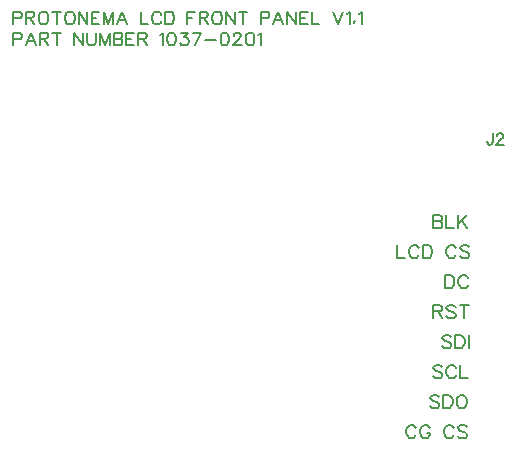
<source format=gto>
G04 Layer: TopSilkscreenLayer*
G04 Panelize: , Column: 2, Row: 2, Board Size: 58.42mm x 58.42mm, Panelized Board Size: 118.84mm x 118.84mm*
G04 EasyEDA v6.5.32, 2023-07-25 14:04:49*
G04 2213a410c616409eb271ed70bd61ba3f,5a6b42c53f6a479593ecc07194224c93,10*
G04 Gerber Generator version 0.2*
G04 Scale: 100 percent, Rotated: No, Reflected: No *
G04 Dimensions in millimeters *
G04 leading zeros omitted , absolute positions ,4 integer and 5 decimal *
%FSLAX45Y45*%
%MOMM*%

%ADD10C,0.1524*%

%LPD*%
D10*
X762000Y5423915D02*
G01*
X762000Y5314950D01*
X762000Y5423915D02*
G01*
X808736Y5423915D01*
X824229Y5418836D01*
X829563Y5413502D01*
X834644Y5403087D01*
X834644Y5387594D01*
X829563Y5377179D01*
X824229Y5372100D01*
X808736Y5366765D01*
X762000Y5366765D01*
X910589Y5423915D02*
G01*
X868934Y5314950D01*
X910589Y5423915D02*
G01*
X952245Y5314950D01*
X884681Y5351271D02*
G01*
X936497Y5351271D01*
X986536Y5423915D02*
G01*
X986536Y5314950D01*
X986536Y5423915D02*
G01*
X1033271Y5423915D01*
X1048765Y5418836D01*
X1054100Y5413502D01*
X1059179Y5403087D01*
X1059179Y5392673D01*
X1054100Y5382260D01*
X1048765Y5377179D01*
X1033271Y5372100D01*
X986536Y5372100D01*
X1022857Y5372100D02*
G01*
X1059179Y5314950D01*
X1129792Y5423915D02*
G01*
X1129792Y5314950D01*
X1093470Y5423915D02*
G01*
X1166113Y5423915D01*
X1280413Y5423915D02*
G01*
X1280413Y5314950D01*
X1280413Y5423915D02*
G01*
X1353312Y5314950D01*
X1353312Y5423915D02*
G01*
X1353312Y5314950D01*
X1387602Y5423915D02*
G01*
X1387602Y5345937D01*
X1392681Y5330444D01*
X1403095Y5320029D01*
X1418589Y5314950D01*
X1429004Y5314950D01*
X1444752Y5320029D01*
X1455165Y5330444D01*
X1460245Y5345937D01*
X1460245Y5423915D01*
X1494536Y5423915D02*
G01*
X1494536Y5314950D01*
X1494536Y5423915D02*
G01*
X1536192Y5314950D01*
X1577594Y5423915D02*
G01*
X1536192Y5314950D01*
X1577594Y5423915D02*
G01*
X1577594Y5314950D01*
X1611884Y5423915D02*
G01*
X1611884Y5314950D01*
X1611884Y5423915D02*
G01*
X1658620Y5423915D01*
X1674368Y5418836D01*
X1679447Y5413502D01*
X1684781Y5403087D01*
X1684781Y5392673D01*
X1679447Y5382260D01*
X1674368Y5377179D01*
X1658620Y5372100D01*
X1611884Y5372100D02*
G01*
X1658620Y5372100D01*
X1674368Y5366765D01*
X1679447Y5361686D01*
X1684781Y5351271D01*
X1684781Y5335523D01*
X1679447Y5325110D01*
X1674368Y5320029D01*
X1658620Y5314950D01*
X1611884Y5314950D01*
X1719071Y5423915D02*
G01*
X1719071Y5314950D01*
X1719071Y5423915D02*
G01*
X1786636Y5423915D01*
X1719071Y5372100D02*
G01*
X1760473Y5372100D01*
X1719071Y5314950D02*
G01*
X1786636Y5314950D01*
X1820926Y5423915D02*
G01*
X1820926Y5314950D01*
X1820926Y5423915D02*
G01*
X1867662Y5423915D01*
X1883155Y5418836D01*
X1888489Y5413502D01*
X1893570Y5403087D01*
X1893570Y5392673D01*
X1888489Y5382260D01*
X1883155Y5377179D01*
X1867662Y5372100D01*
X1820926Y5372100D01*
X1857247Y5372100D02*
G01*
X1893570Y5314950D01*
X2007870Y5403087D02*
G01*
X2018284Y5408421D01*
X2033777Y5423915D01*
X2033777Y5314950D01*
X2099309Y5423915D02*
G01*
X2083815Y5418836D01*
X2073402Y5403087D01*
X2068068Y5377179D01*
X2068068Y5361686D01*
X2073402Y5335523D01*
X2083815Y5320029D01*
X2099309Y5314950D01*
X2109724Y5314950D01*
X2125218Y5320029D01*
X2135631Y5335523D01*
X2140965Y5361686D01*
X2140965Y5377179D01*
X2135631Y5403087D01*
X2125218Y5418836D01*
X2109724Y5423915D01*
X2099309Y5423915D01*
X2185670Y5423915D02*
G01*
X2242820Y5423915D01*
X2211577Y5382260D01*
X2227072Y5382260D01*
X2237486Y5377179D01*
X2242820Y5372100D01*
X2247900Y5356352D01*
X2247900Y5345937D01*
X2242820Y5330444D01*
X2232406Y5320029D01*
X2216658Y5314950D01*
X2201163Y5314950D01*
X2185670Y5320029D01*
X2180336Y5325110D01*
X2175256Y5335523D01*
X2354834Y5423915D02*
G01*
X2303018Y5314950D01*
X2282190Y5423915D02*
G01*
X2354834Y5423915D01*
X2389124Y5361686D02*
G01*
X2482850Y5361686D01*
X2548127Y5423915D02*
G01*
X2532634Y5418836D01*
X2522220Y5403087D01*
X2517140Y5377179D01*
X2517140Y5361686D01*
X2522220Y5335523D01*
X2532634Y5320029D01*
X2548127Y5314950D01*
X2558541Y5314950D01*
X2574290Y5320029D01*
X2584450Y5335523D01*
X2589784Y5361686D01*
X2589784Y5377179D01*
X2584450Y5403087D01*
X2574290Y5418836D01*
X2558541Y5423915D01*
X2548127Y5423915D01*
X2629154Y5398007D02*
G01*
X2629154Y5403087D01*
X2634488Y5413502D01*
X2639568Y5418836D01*
X2649981Y5423915D01*
X2670809Y5423915D01*
X2681224Y5418836D01*
X2686304Y5413502D01*
X2691638Y5403087D01*
X2691638Y5392673D01*
X2686304Y5382260D01*
X2675890Y5366765D01*
X2624074Y5314950D01*
X2696718Y5314950D01*
X2762250Y5423915D02*
G01*
X2746756Y5418836D01*
X2736341Y5403087D01*
X2731008Y5377179D01*
X2731008Y5361686D01*
X2736341Y5335523D01*
X2746756Y5320029D01*
X2762250Y5314950D01*
X2772663Y5314950D01*
X2788158Y5320029D01*
X2798572Y5335523D01*
X2803906Y5361686D01*
X2803906Y5377179D01*
X2798572Y5403087D01*
X2788158Y5418836D01*
X2772663Y5423915D01*
X2762250Y5423915D01*
X2838195Y5403087D02*
G01*
X2848609Y5408421D01*
X2864104Y5423915D01*
X2864104Y5314950D01*
X762000Y5601715D02*
G01*
X762000Y5492750D01*
X762000Y5601715D02*
G01*
X808736Y5601715D01*
X824229Y5596636D01*
X829563Y5591302D01*
X834644Y5580887D01*
X834644Y5565394D01*
X829563Y5554979D01*
X824229Y5549900D01*
X808736Y5544565D01*
X762000Y5544565D01*
X868934Y5601715D02*
G01*
X868934Y5492750D01*
X868934Y5601715D02*
G01*
X915670Y5601715D01*
X931418Y5596636D01*
X936497Y5591302D01*
X941831Y5580887D01*
X941831Y5570473D01*
X936497Y5560060D01*
X931418Y5554979D01*
X915670Y5549900D01*
X868934Y5549900D01*
X905510Y5549900D02*
G01*
X941831Y5492750D01*
X1007110Y5601715D02*
G01*
X996950Y5596636D01*
X986536Y5586221D01*
X981202Y5575807D01*
X976121Y5560060D01*
X976121Y5534152D01*
X981202Y5518657D01*
X986536Y5508244D01*
X996950Y5497829D01*
X1007110Y5492750D01*
X1027937Y5492750D01*
X1038352Y5497829D01*
X1048765Y5508244D01*
X1054100Y5518657D01*
X1059179Y5534152D01*
X1059179Y5560060D01*
X1054100Y5575807D01*
X1048765Y5586221D01*
X1038352Y5596636D01*
X1027937Y5601715D01*
X1007110Y5601715D01*
X1129792Y5601715D02*
G01*
X1129792Y5492750D01*
X1093470Y5601715D02*
G01*
X1166113Y5601715D01*
X1231645Y5601715D02*
G01*
X1221231Y5596636D01*
X1210818Y5586221D01*
X1205737Y5575807D01*
X1200404Y5560060D01*
X1200404Y5534152D01*
X1205737Y5518657D01*
X1210818Y5508244D01*
X1221231Y5497829D01*
X1231645Y5492750D01*
X1252473Y5492750D01*
X1262887Y5497829D01*
X1273302Y5508244D01*
X1278381Y5518657D01*
X1283715Y5534152D01*
X1283715Y5560060D01*
X1278381Y5575807D01*
X1273302Y5586221D01*
X1262887Y5596636D01*
X1252473Y5601715D01*
X1231645Y5601715D01*
X1318005Y5601715D02*
G01*
X1318005Y5492750D01*
X1318005Y5601715D02*
G01*
X1390650Y5492750D01*
X1390650Y5601715D02*
G01*
X1390650Y5492750D01*
X1424939Y5601715D02*
G01*
X1424939Y5492750D01*
X1424939Y5601715D02*
G01*
X1492504Y5601715D01*
X1424939Y5549900D02*
G01*
X1466595Y5549900D01*
X1424939Y5492750D02*
G01*
X1492504Y5492750D01*
X1526794Y5601715D02*
G01*
X1526794Y5492750D01*
X1526794Y5601715D02*
G01*
X1568450Y5492750D01*
X1609852Y5601715D02*
G01*
X1568450Y5492750D01*
X1609852Y5601715D02*
G01*
X1609852Y5492750D01*
X1685797Y5601715D02*
G01*
X1644142Y5492750D01*
X1685797Y5601715D02*
G01*
X1727200Y5492750D01*
X1659889Y5529071D02*
G01*
X1711705Y5529071D01*
X1841500Y5601715D02*
G01*
X1841500Y5492750D01*
X1841500Y5492750D02*
G01*
X1903984Y5492750D01*
X2016252Y5575807D02*
G01*
X2010918Y5586221D01*
X2000504Y5596636D01*
X1990090Y5601715D01*
X1969515Y5601715D01*
X1959102Y5596636D01*
X1948688Y5586221D01*
X1943354Y5575807D01*
X1938274Y5560060D01*
X1938274Y5534152D01*
X1943354Y5518657D01*
X1948688Y5508244D01*
X1959102Y5497829D01*
X1969515Y5492750D01*
X1990090Y5492750D01*
X2000504Y5497829D01*
X2010918Y5508244D01*
X2016252Y5518657D01*
X2050541Y5601715D02*
G01*
X2050541Y5492750D01*
X2050541Y5601715D02*
G01*
X2086863Y5601715D01*
X2102358Y5596636D01*
X2112772Y5586221D01*
X2118106Y5575807D01*
X2123186Y5560060D01*
X2123186Y5534152D01*
X2118106Y5518657D01*
X2112772Y5508244D01*
X2102358Y5497829D01*
X2086863Y5492750D01*
X2050541Y5492750D01*
X2237486Y5601715D02*
G01*
X2237486Y5492750D01*
X2237486Y5601715D02*
G01*
X2305050Y5601715D01*
X2237486Y5549900D02*
G01*
X2279141Y5549900D01*
X2339340Y5601715D02*
G01*
X2339340Y5492750D01*
X2339340Y5601715D02*
G01*
X2386075Y5601715D01*
X2401570Y5596636D01*
X2406904Y5591302D01*
X2411984Y5580887D01*
X2411984Y5570473D01*
X2406904Y5560060D01*
X2401570Y5554979D01*
X2386075Y5549900D01*
X2339340Y5549900D01*
X2375661Y5549900D02*
G01*
X2411984Y5492750D01*
X2477515Y5601715D02*
G01*
X2467102Y5596636D01*
X2456688Y5586221D01*
X2451608Y5575807D01*
X2446274Y5560060D01*
X2446274Y5534152D01*
X2451608Y5518657D01*
X2456688Y5508244D01*
X2467102Y5497829D01*
X2477515Y5492750D01*
X2498343Y5492750D01*
X2508758Y5497829D01*
X2519172Y5508244D01*
X2524252Y5518657D01*
X2529586Y5534152D01*
X2529586Y5560060D01*
X2524252Y5575807D01*
X2519172Y5586221D01*
X2508758Y5596636D01*
X2498343Y5601715D01*
X2477515Y5601715D01*
X2563875Y5601715D02*
G01*
X2563875Y5492750D01*
X2563875Y5601715D02*
G01*
X2636520Y5492750D01*
X2636520Y5601715D02*
G01*
X2636520Y5492750D01*
X2707131Y5601715D02*
G01*
X2707131Y5492750D01*
X2670809Y5601715D02*
G01*
X2743454Y5601715D01*
X2857754Y5601715D02*
G01*
X2857754Y5492750D01*
X2857754Y5601715D02*
G01*
X2904490Y5601715D01*
X2920238Y5596636D01*
X2925318Y5591302D01*
X2930652Y5580887D01*
X2930652Y5565394D01*
X2925318Y5554979D01*
X2920238Y5549900D01*
X2904490Y5544565D01*
X2857754Y5544565D01*
X3006343Y5601715D02*
G01*
X2964941Y5492750D01*
X3006343Y5601715D02*
G01*
X3048000Y5492750D01*
X2980436Y5529071D02*
G01*
X3032506Y5529071D01*
X3082290Y5601715D02*
G01*
X3082290Y5492750D01*
X3082290Y5601715D02*
G01*
X3154934Y5492750D01*
X3154934Y5601715D02*
G01*
X3154934Y5492750D01*
X3189224Y5601715D02*
G01*
X3189224Y5492750D01*
X3189224Y5601715D02*
G01*
X3256788Y5601715D01*
X3189224Y5549900D02*
G01*
X3230879Y5549900D01*
X3189224Y5492750D02*
G01*
X3256788Y5492750D01*
X3291077Y5601715D02*
G01*
X3291077Y5492750D01*
X3291077Y5492750D02*
G01*
X3353561Y5492750D01*
X3467861Y5601715D02*
G01*
X3509263Y5492750D01*
X3550920Y5601715D02*
G01*
X3509263Y5492750D01*
X3585209Y5580887D02*
G01*
X3595624Y5586221D01*
X3611118Y5601715D01*
X3611118Y5492750D01*
X3650741Y5518657D02*
G01*
X3645408Y5513323D01*
X3650741Y5508244D01*
X3655822Y5513323D01*
X3650741Y5518657D01*
X3690111Y5580887D02*
G01*
X3700525Y5586221D01*
X3716020Y5601715D01*
X3716020Y5492750D01*
X4820645Y4571220D02*
G01*
X4820645Y4498576D01*
X4816073Y4484860D01*
X4811501Y4480288D01*
X4802357Y4475716D01*
X4793467Y4475716D01*
X4784323Y4480288D01*
X4779751Y4484860D01*
X4775179Y4498576D01*
X4775179Y4507720D01*
X4855189Y4548614D02*
G01*
X4855189Y4553186D01*
X4859761Y4562076D01*
X4864333Y4566648D01*
X4873477Y4571220D01*
X4891511Y4571220D01*
X4900655Y4566648D01*
X4905227Y4562076D01*
X4909799Y4553186D01*
X4909799Y4544042D01*
X4905227Y4534898D01*
X4896083Y4521182D01*
X4850617Y4475716D01*
X4914371Y4475716D01*
X4318000Y3880357D02*
G01*
X4318000Y3765804D01*
X4318000Y3880357D02*
G01*
X4367022Y3880357D01*
X4383531Y3874770D01*
X4388865Y3869436D01*
X4394454Y3858513D01*
X4394454Y3847592D01*
X4388865Y3836670D01*
X4383531Y3831081D01*
X4367022Y3825747D01*
X4318000Y3825747D02*
G01*
X4367022Y3825747D01*
X4383531Y3820160D01*
X4388865Y3814826D01*
X4394454Y3803904D01*
X4394454Y3787647D01*
X4388865Y3776726D01*
X4383531Y3771137D01*
X4367022Y3765804D01*
X4318000Y3765804D01*
X4430268Y3880357D02*
G01*
X4430268Y3765804D01*
X4430268Y3765804D02*
G01*
X4495800Y3765804D01*
X4531868Y3880357D02*
G01*
X4531868Y3765804D01*
X4608068Y3880357D02*
G01*
X4531868Y3803904D01*
X4559045Y3831081D02*
G01*
X4608068Y3765804D01*
X4419600Y3372357D02*
G01*
X4419600Y3257804D01*
X4419600Y3372357D02*
G01*
X4457700Y3372357D01*
X4474209Y3366770D01*
X4485131Y3355847D01*
X4490465Y3344926D01*
X4496054Y3328670D01*
X4496054Y3301492D01*
X4490465Y3284981D01*
X4485131Y3274060D01*
X4474209Y3263137D01*
X4457700Y3257804D01*
X4419600Y3257804D01*
X4613656Y3344926D02*
G01*
X4608322Y3355847D01*
X4597400Y3366770D01*
X4586477Y3372357D01*
X4564634Y3372357D01*
X4553711Y3366770D01*
X4542790Y3355847D01*
X4537456Y3344926D01*
X4531868Y3328670D01*
X4531868Y3301492D01*
X4537456Y3284981D01*
X4542790Y3274060D01*
X4553711Y3263137D01*
X4564634Y3257804D01*
X4586477Y3257804D01*
X4597400Y3263137D01*
X4608322Y3274060D01*
X4613656Y3284981D01*
X4318000Y3118357D02*
G01*
X4318000Y3003804D01*
X4318000Y3118357D02*
G01*
X4367022Y3118357D01*
X4383531Y3112770D01*
X4388865Y3107436D01*
X4394454Y3096513D01*
X4394454Y3085592D01*
X4388865Y3074670D01*
X4383531Y3069081D01*
X4367022Y3063747D01*
X4318000Y3063747D01*
X4356100Y3063747D02*
G01*
X4394454Y3003804D01*
X4506722Y3101847D02*
G01*
X4495800Y3112770D01*
X4479543Y3118357D01*
X4457700Y3118357D01*
X4441190Y3112770D01*
X4430268Y3101847D01*
X4430268Y3090926D01*
X4435856Y3080004D01*
X4441190Y3074670D01*
X4452111Y3069081D01*
X4484877Y3058413D01*
X4495800Y3052826D01*
X4501388Y3047492D01*
X4506722Y3036570D01*
X4506722Y3020060D01*
X4495800Y3009137D01*
X4479543Y3003804D01*
X4457700Y3003804D01*
X4441190Y3009137D01*
X4430268Y3020060D01*
X4580890Y3118357D02*
G01*
X4580890Y3003804D01*
X4542790Y3118357D02*
G01*
X4618990Y3118357D01*
X4394454Y2593847D02*
G01*
X4383531Y2604770D01*
X4367022Y2610357D01*
X4345177Y2610357D01*
X4328922Y2604770D01*
X4318000Y2593847D01*
X4318000Y2582926D01*
X4323334Y2572004D01*
X4328922Y2566670D01*
X4339843Y2561081D01*
X4372609Y2550160D01*
X4383531Y2544826D01*
X4388865Y2539492D01*
X4394454Y2528570D01*
X4394454Y2512060D01*
X4383531Y2501137D01*
X4367022Y2495804D01*
X4345177Y2495804D01*
X4328922Y2501137D01*
X4318000Y2512060D01*
X4512056Y2582926D02*
G01*
X4506722Y2593847D01*
X4495800Y2604770D01*
X4484877Y2610357D01*
X4463034Y2610357D01*
X4452111Y2604770D01*
X4441190Y2593847D01*
X4435856Y2582926D01*
X4430268Y2566670D01*
X4430268Y2539492D01*
X4435856Y2522981D01*
X4441190Y2512060D01*
X4452111Y2501137D01*
X4463034Y2495804D01*
X4484877Y2495804D01*
X4495800Y2501137D01*
X4506722Y2512060D01*
X4512056Y2522981D01*
X4548124Y2610357D02*
G01*
X4548124Y2495804D01*
X4548124Y2495804D02*
G01*
X4613656Y2495804D01*
X4013192Y3626350D02*
G01*
X4013192Y3511796D01*
X4013192Y3511796D02*
G01*
X4078724Y3511796D01*
X4196580Y3598918D02*
G01*
X4190992Y3609840D01*
X4180070Y3620762D01*
X4169148Y3626350D01*
X4147304Y3626350D01*
X4136382Y3620762D01*
X4125460Y3609840D01*
X4120126Y3598918D01*
X4114538Y3582662D01*
X4114538Y3555484D01*
X4120126Y3538974D01*
X4125460Y3528052D01*
X4136382Y3517130D01*
X4147304Y3511796D01*
X4169148Y3511796D01*
X4180070Y3517130D01*
X4190992Y3528052D01*
X4196580Y3538974D01*
X4232394Y3626350D02*
G01*
X4232394Y3511796D01*
X4232394Y3626350D02*
G01*
X4270748Y3626350D01*
X4287004Y3620762D01*
X4297926Y3609840D01*
X4303260Y3598918D01*
X4308848Y3582662D01*
X4308848Y3555484D01*
X4303260Y3538974D01*
X4297926Y3528052D01*
X4287004Y3517130D01*
X4270748Y3511796D01*
X4232394Y3511796D01*
X4510524Y3598918D02*
G01*
X4505190Y3609840D01*
X4494268Y3620762D01*
X4483346Y3626350D01*
X4461502Y3626350D01*
X4450580Y3620762D01*
X4439658Y3609840D01*
X4434324Y3598918D01*
X4428736Y3582662D01*
X4428736Y3555484D01*
X4434324Y3538974D01*
X4439658Y3528052D01*
X4450580Y3517130D01*
X4461502Y3511796D01*
X4483346Y3511796D01*
X4494268Y3517130D01*
X4505190Y3528052D01*
X4510524Y3538974D01*
X4623046Y3609840D02*
G01*
X4612124Y3620762D01*
X4595614Y3626350D01*
X4574024Y3626350D01*
X4557514Y3620762D01*
X4546592Y3609840D01*
X4546592Y3598918D01*
X4552180Y3587996D01*
X4557514Y3582662D01*
X4568436Y3577074D01*
X4601202Y3566406D01*
X4612124Y3560818D01*
X4617458Y3555484D01*
X4623046Y3544562D01*
X4623046Y3528052D01*
X4612124Y3517130D01*
X4595614Y3511796D01*
X4574024Y3511796D01*
X4557514Y3517130D01*
X4546592Y3528052D01*
X4470638Y2847837D02*
G01*
X4459716Y2858759D01*
X4443206Y2864347D01*
X4421362Y2864347D01*
X4405106Y2858759D01*
X4394184Y2847837D01*
X4394184Y2836915D01*
X4399518Y2825993D01*
X4405106Y2820659D01*
X4416028Y2815071D01*
X4448794Y2804403D01*
X4459716Y2798815D01*
X4465050Y2793481D01*
X4470638Y2782559D01*
X4470638Y2766049D01*
X4459716Y2755127D01*
X4443206Y2749793D01*
X4421362Y2749793D01*
X4405106Y2755127D01*
X4394184Y2766049D01*
X4506452Y2864347D02*
G01*
X4506452Y2749793D01*
X4506452Y2864347D02*
G01*
X4544806Y2864347D01*
X4561062Y2858759D01*
X4571984Y2847837D01*
X4577572Y2836915D01*
X4582906Y2820659D01*
X4582906Y2793481D01*
X4577572Y2776971D01*
X4571984Y2766049D01*
X4561062Y2755127D01*
X4544806Y2749793D01*
X4506452Y2749793D01*
X4618974Y2864347D02*
G01*
X4618974Y2749793D01*
X4369046Y2339842D02*
G01*
X4358124Y2350764D01*
X4341614Y2356352D01*
X4319770Y2356352D01*
X4303514Y2350764D01*
X4292592Y2339842D01*
X4292592Y2328920D01*
X4297926Y2317998D01*
X4303514Y2312664D01*
X4314436Y2307076D01*
X4347202Y2296408D01*
X4358124Y2290820D01*
X4363458Y2285486D01*
X4369046Y2274564D01*
X4369046Y2258054D01*
X4358124Y2247132D01*
X4341614Y2241798D01*
X4319770Y2241798D01*
X4303514Y2247132D01*
X4292592Y2258054D01*
X4404860Y2356352D02*
G01*
X4404860Y2241798D01*
X4404860Y2356352D02*
G01*
X4443214Y2356352D01*
X4459470Y2350764D01*
X4470392Y2339842D01*
X4475980Y2328920D01*
X4481314Y2312664D01*
X4481314Y2285486D01*
X4475980Y2268976D01*
X4470392Y2258054D01*
X4459470Y2247132D01*
X4443214Y2241798D01*
X4404860Y2241798D01*
X4550148Y2356352D02*
G01*
X4539226Y2350764D01*
X4528304Y2339842D01*
X4522716Y2328920D01*
X4517382Y2312664D01*
X4517382Y2285486D01*
X4522716Y2268976D01*
X4528304Y2258054D01*
X4539226Y2247132D01*
X4550148Y2241798D01*
X4571738Y2241798D01*
X4582660Y2247132D01*
X4593582Y2258054D01*
X4599170Y2268976D01*
X4604504Y2285486D01*
X4604504Y2312664D01*
X4599170Y2328920D01*
X4593582Y2339842D01*
X4582660Y2350764D01*
X4571738Y2356352D01*
X4550148Y2356352D01*
X4171180Y2074920D02*
G01*
X4165846Y2085842D01*
X4154924Y2096764D01*
X4144002Y2102352D01*
X4122158Y2102352D01*
X4111236Y2096764D01*
X4100314Y2085842D01*
X4094726Y2074920D01*
X4089392Y2058664D01*
X4089392Y2031486D01*
X4094726Y2014976D01*
X4100314Y2004054D01*
X4111236Y1993132D01*
X4122158Y1987798D01*
X4144002Y1987798D01*
X4154924Y1993132D01*
X4165846Y2004054D01*
X4171180Y2014976D01*
X4289036Y2074920D02*
G01*
X4283448Y2085842D01*
X4272780Y2096764D01*
X4261858Y2102352D01*
X4240014Y2102352D01*
X4229092Y2096764D01*
X4218170Y2085842D01*
X4212582Y2074920D01*
X4207248Y2058664D01*
X4207248Y2031486D01*
X4212582Y2014976D01*
X4218170Y2004054D01*
X4229092Y1993132D01*
X4240014Y1987798D01*
X4261858Y1987798D01*
X4272780Y1993132D01*
X4283448Y2004054D01*
X4289036Y2014976D01*
X4289036Y2031486D01*
X4261858Y2031486D02*
G01*
X4289036Y2031486D01*
X4490966Y2074920D02*
G01*
X4485378Y2085842D01*
X4474456Y2096764D01*
X4463534Y2102352D01*
X4441690Y2102352D01*
X4430768Y2096764D01*
X4419846Y2085842D01*
X4414512Y2074920D01*
X4408924Y2058664D01*
X4408924Y2031486D01*
X4414512Y2014976D01*
X4419846Y2004054D01*
X4430768Y1993132D01*
X4441690Y1987798D01*
X4463534Y1987798D01*
X4474456Y1993132D01*
X4485378Y2004054D01*
X4490966Y2014976D01*
X4603234Y2085842D02*
G01*
X4592312Y2096764D01*
X4576056Y2102352D01*
X4554212Y2102352D01*
X4537702Y2096764D01*
X4526780Y2085842D01*
X4526780Y2074920D01*
X4532368Y2063998D01*
X4537702Y2058664D01*
X4548624Y2053076D01*
X4581390Y2042408D01*
X4592312Y2036820D01*
X4597646Y2031486D01*
X4603234Y2020564D01*
X4603234Y2004054D01*
X4592312Y1993132D01*
X4576056Y1987798D01*
X4554212Y1987798D01*
X4537702Y1993132D01*
X4526780Y2004054D01*
M02*

</source>
